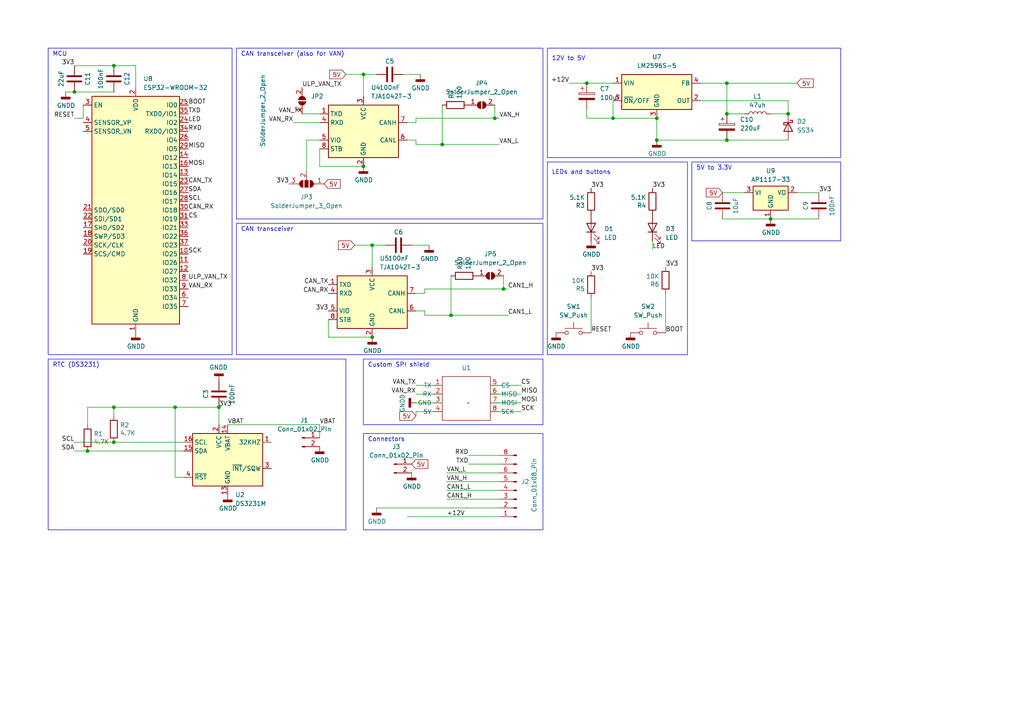
<source format=kicad_sch>
(kicad_sch (version 20230121) (generator eeschema)
  (paper "A4")
  (title_block (title "PSA VAN-CAN Bridge") (rev "1.5") (comment 1 "https://oshwlab.com/robertferanec/esp32-tutorial") (comment 2 "https://www.instructables.com/DIY-ESP32-Development-Board-ESPer/") (comment 3 "https://randomnerdtutorials.com/esp32-pinout-reference-gpios/"))
  (lib_symbols
    (symbol "Connector:Conn_01x02_Pin" (pin_names (offset 1.016) hide)
      (property "Reference" "J" (at 0 2.54 0))
      (property "Value" "Conn_01x02_Pin" (at 0 -5.08 0))
      (symbol "Conn_01x02_Pin_1_1"
        (polyline (pts (xy 1.27 -2.54) (xy 0.8636 -2.54)) (stroke (width 0.1524)))
        (polyline (pts (xy 1.27 0) (xy 0.8636 0)) (stroke (width 0.1524)))
        (rectangle (start 0.8636 -2.413) (end 0 -2.667) (stroke (width 0.1524)) (fill (type outline)))
        (rectangle (start 0.8636 0.127) (end 0 -0.127) (stroke (width 0.1524)) (fill (type outline)))
        (pin passive line (at 5.08 0 180) (length 3.81) (name "Pin_1") (number "1"))
        (pin passive line (at 5.08 -2.54 180) (length 3.81) (name "Pin_2") (number "2"))
      )
    )
    (symbol "Connector:Conn_01x08_Pin" (pin_names (offset 1.016) hide)
      (property "Reference" "J" (at 0 10.16 0))
      (property "Value" "Conn_01x08_Pin" (at 0 -12.7 0))
      (symbol "Conn_01x08_Pin_1_1"
        (polyline (pts (xy 1.27 -10.16) (xy 0.8636 -10.16)) (stroke (width 0.1524)))
        (polyline (pts (xy 1.27 -7.62) (xy 0.8636 -7.62)) (stroke (width 0.1524)))
        (polyline (pts (xy 1.27 -5.08) (xy 0.8636 -5.08)) (stroke (width 0.1524)))
        (polyline (pts (xy 1.27 -2.54) (xy 0.8636 -2.54)) (stroke (width 0.1524)))
        (polyline (pts (xy 1.27 0) (xy 0.8636 0)) (stroke (width 0.1524)))
        (polyline (pts (xy 1.27 2.54) (xy 0.8636 2.54)) (stroke (width 0.1524)))
        (polyline (pts (xy 1.27 5.08) (xy 0.8636 5.08)) (stroke (width 0.1524)))
        (polyline (pts (xy 1.27 7.62) (xy 0.8636 7.62)) (stroke (width 0.1524)))
        (rectangle (start 0.8636 -10.033) (end 0 -10.287) (stroke (width 0.1524)) (fill (type outline)))
        (rectangle (start 0.8636 -7.493) (end 0 -7.747) (stroke (width 0.1524)) (fill (type outline)))
        (rectangle (start 0.8636 -4.953) (end 0 -5.207) (stroke (width 0.1524)) (fill (type outline)))
        (rectangle (start 0.8636 -2.413) (end 0 -2.667) (stroke (width 0.1524)) (fill (type outline)))
        (rectangle (start 0.8636 0.127) (end 0 -0.127) (stroke (width 0.1524)) (fill (type outline)))
        (rectangle (start 0.8636 2.667) (end 0 2.413) (stroke (width 0.1524)) (fill (type outline)))
        (rectangle (start 0.8636 5.207) (end 0 4.953) (stroke (width 0.1524)) (fill (type outline)))
        (rectangle (start 0.8636 7.747) (end 0 7.493) (stroke (width 0.1524)) (fill (type outline)))
        (pin passive line (at 5.08 7.62 180) (length 3.81) (name "Pin_1") (number "1"))
        (pin passive line (at 5.08 5.08 180) (length 3.81) (name "Pin_2") (number "2"))
        (pin passive line (at 5.08 2.54 180) (length 3.81) (name "Pin_3") (number "3"))
        (pin passive line (at 5.08 0 180) (length 3.81) (name "Pin_4") (number "4"))
        (pin passive line (at 5.08 -2.54 180) (length 3.81) (name "Pin_5") (number "5"))
        (pin passive line (at 5.08 -5.08 180) (length 3.81) (name "Pin_6") (number "6"))
        (pin passive line (at 5.08 -7.62 180) (length 3.81) (name "Pin_7") (number "7"))
        (pin passive line (at 5.08 -10.16 180) (length 3.81) (name "Pin_8") (number "8"))
      )
    )
    (symbol "Device:C" (pin_numbers hide) (pin_names (offset 0.254))
      (property "Reference" "C" (at 0.635 2.54 0))
      (property "Value" "C" (at 0.635 -2.54 0))
      (symbol "C_0_1"
        (polyline (pts (xy -2.032 -0.762) (xy 2.032 -0.762)) (stroke (width 0.508)))
        (polyline (pts (xy -2.032 0.762) (xy 2.032 0.762)) (stroke (width 0.508)))
      )
      (symbol "C_1_1"
        (pin passive line (at 0 3.81 270) (length 2.794) (name "~") (number "1"))
        (pin passive line (at 0 -3.81 90) (length 2.794) (name "~") (number "2"))
      )
    )
    (symbol "Device:C_Polarized" (pin_numbers hide) (pin_names (offset 0.254))
      (property "Reference" "C" (at 0.635 2.54 0))
      (property "Value" "C_Polarized" (at 0.635 -2.54 0))
      (symbol "C_Polarized_0_1"
        (rectangle (start -2.286 0.508) (end 2.286 1.016))
        (polyline (pts (xy -1.778 2.286) (xy -0.762 2.286)))
        (polyline (pts (xy -1.27 2.794) (xy -1.27 1.778)))
        (rectangle (start 2.286 -0.508) (end -2.286 -1.016) (fill (type outline)))
      )
      (symbol "C_Polarized_1_1"
        (pin passive line (at 0 3.81 270) (length 2.794) (name "~") (number "1"))
        (pin passive line (at 0 -3.81 90) (length 2.794) (name "~") (number "2"))
      )
    )
    (symbol "Device:L" (pin_numbers hide) (pin_names (offset 1.016) hide)
      (property "Reference" "L" (at -1.27 0 90))
      (property "Value" "L" (at 1.905 0 90))
      (symbol "L_0_1"
        (arc (start 0 -2.54) (mid 0.6323 -1.905) (end 0 -1.27))
        (arc (start 0 -1.27) (mid 0.6323 -0.635) (end 0 0))
        (arc (start 0 0) (mid 0.6323 0.635) (end 0 1.27))
        (arc (start 0 1.27) (mid 0.6323 1.905) (end 0 2.54))
      )
      (symbol "L_1_1"
        (pin passive line (at 0 3.81 270) (length 1.27) (name "1") (number "1"))
        (pin passive line (at 0 -3.81 90) (length 1.27) (name "2") (number "2"))
      )
    )
    (symbol "Device:LED" (pin_numbers hide) (pin_names (offset 1.016) hide)
      (property "Reference" "D" (at 0 2.54 0))
      (property "Value" "LED" (at 0 -2.54 0))
      (symbol "LED_0_1"
        (polyline (pts (xy -1.27 -1.27) (xy -1.27 1.27)) (stroke (width 0.254)))
        (polyline (pts (xy -1.27 0) (xy 1.27 0)))
        (polyline (pts (xy 1.27 -1.27) (xy 1.27 1.27) (xy -1.27 0) (xy 1.27 -1.27)) (stroke (width 0.254)))
        (polyline (pts (xy -3.048 -0.762) (xy -4.572 -2.286) (xy -3.81 -2.286) (xy -4.572 -2.286) (xy -4.572 -1.524)))
        (polyline (pts (xy -1.778 -0.762) (xy -3.302 -2.286) (xy -2.54 -2.286) (xy -3.302 -2.286) (xy -3.302 -1.524)))
      )
      (symbol "LED_1_1"
        (pin passive line (at -3.81 0 0) (length 2.54) (name "K") (number "1"))
        (pin passive line (at 3.81 0 180) (length 2.54) (name "A") (number "2"))
      )
    )
    (symbol "Device:R" (pin_numbers hide) (pin_names (offset 0))
      (property "Reference" "R" (at 2.032 0 90))
      (property "Value" "R" (at 0 0 90))
      (symbol "R_0_1"
        (rectangle (start -1.016 -2.54) (end 1.016 2.54) (stroke (width 0.254)))
      )
      (symbol "R_1_1"
        (pin passive line (at 0 3.81 270) (length 1.27) (name "~") (number "1"))
        (pin passive line (at 0 -3.81 90) (length 1.27) (name "~") (number "2"))
      )
    )
    (symbol "Diode:B140-E3" (pin_numbers hide) (pin_names hide)
      (property "Reference" "D" (at 0 2.54 0))
      (property "Value" "B140-E3" (at 0 -2.54 0))
      (symbol "B140-E3_0_1"
        (polyline (pts (xy 1.27 0) (xy -1.27 0)))
        (polyline (pts (xy 1.27 1.27) (xy 1.27 -1.27) (xy -1.27 0) (xy 1.27 1.27)) (stroke (width 0.254)))
        (polyline (pts (xy -1.905 0.635) (xy -1.905 1.27) (xy -1.27 1.27) (xy -1.27 -1.27) (xy -0.635 -1.27) (xy -0.635 -0.635)) (stroke (width 0.254)))
      )
      (symbol "B140-E3_1_1"
        (pin passive line (at -3.81 0 0) (length 2.54) (name "K") (number "1"))
        (pin passive line (at 3.81 0 180) (length 2.54) (name "A") (number "2"))
      )
    )
    (symbol "Interface_CAN_LIN:TJA1042T-3"
      (property "Reference" "U" (at -10.16 8.89 0))
      (property "Value" "TJA1042T-3" (at 1.27 8.89 0))
      (symbol "TJA1042T-3_0_1"
        (rectangle (start -10.16 7.62) (end 10.16 -7.62) (stroke (width 0.254)) (fill (type background)))
      )
      (symbol "TJA1042T-3_1_1"
        (pin input line (at -12.7 5.08 0) (length 2.54) (name "TXD") (number "1"))
        (pin power_in line (at 0 -10.16 90) (length 2.54) (name "GND") (number "2"))
        (pin power_in line (at 0 10.16 270) (length 2.54) (name "VCC") (number "3"))
        (pin output line (at -12.7 2.54 0) (length 2.54) (name "RXD") (number "4"))
        (pin power_in line (at -12.7 -2.54 0) (length 2.54) (name "VIO") (number "5"))
        (pin bidirectional line (at 12.7 -2.54 180) (length 2.54) (name "CANL") (number "6"))
        (pin bidirectional line (at 12.7 2.54 180) (length 2.54) (name "CANH") (number "7"))
        (pin input line (at -12.7 -5.08 0) (length 2.54) (name "STB") (number "8"))
      )
    )
    (symbol "Jumper:SolderJumper_2_Open" (pin_names (offset 0) hide)
      (property "Reference" "JP" (at 0 2.032 0))
      (property "Value" "SolderJumper_2_Open" (at 0 -2.54 0))
      (symbol "SolderJumper_2_Open_0_1"
        (arc (start -0.254 1.016) (mid -1.2656 0) (end -0.254 -1.016))
        (arc (start -0.254 1.016) (mid -1.2656 0) (end -0.254 -1.016) (fill (type outline)))
        (polyline (pts (xy -0.254 1.016) (xy -0.254 -1.016)))
        (polyline (pts (xy 0.254 1.016) (xy 0.254 -1.016)))
        (arc (start 0.254 -1.016) (mid 1.2656 0) (end 0.254 1.016))
        (arc (start 0.254 -1.016) (mid 1.2656 0) (end 0.254 1.016) (fill (type outline)))
      )
      (symbol "SolderJumper_2_Open_1_1"
        (pin passive line (at -3.81 0 0) (length 2.54) (name "A") (number "1"))
        (pin passive line (at 3.81 0 180) (length 2.54) (name "B") (number "2"))
      )
    )
    (symbol "Jumper:SolderJumper_3_Open" (pin_names (offset 0) hide)
      (property "Reference" "JP" (at -2.54 -2.54 0))
      (property "Value" "SolderJumper_3_Open" (at 0 2.794 0))
      (symbol "SolderJumper_3_Open_0_1"
        (arc (start -1.016 1.016) (mid -2.0276 0) (end -1.016 -1.016))
        (arc (start -1.016 1.016) (mid -2.0276 0) (end -1.016 -1.016) (fill (type outline)))
        (rectangle (start -0.508 1.016) (end 0.508 -1.016) (fill (type outline)))
        (polyline (pts (xy -2.54 0) (xy -2.032 0)))
        (polyline (pts (xy -1.016 1.016) (xy -1.016 -1.016)))
        (polyline (pts (xy 0 -1.27) (xy 0 -1.016)))
        (polyline (pts (xy 1.016 1.016) (xy 1.016 -1.016)))
        (polyline (pts (xy 2.54 0) (xy 2.032 0)))
        (arc (start 1.016 -1.016) (mid 2.0276 0) (end 1.016 1.016))
        (arc (start 1.016 -1.016) (mid 2.0276 0) (end 1.016 1.016) (fill (type outline)))
      )
      (symbol "SolderJumper_3_Open_1_1"
        (pin passive line (at -5.08 0 0) (length 2.54) (name "A") (number "1"))
        (pin passive line (at 0 -3.81 90) (length 2.54) (name "C") (number "2"))
        (pin passive line (at 5.08 0 180) (length 2.54) (name "B") (number "3"))
      )
    )
    (symbol "PSAVanCanBridge_v15-rescue:SPI_shield"
      (property "Reference" "U" (at 0 0 0))
      (symbol "SPI_shield_0_1"
        (rectangle (start -7.62 7.62) (end 6.35 -5.08))
      )
      (symbol "SPI_shield_1_1"
        (pin input line (at -7.62 5.08 180) (length 2.54) (name "TX") (number "1"))
        (pin input line (at -7.62 2.54 180) (length 2.54) (name "RX") (number "2"))
        (pin input line (at -7.62 0 180) (length 2.54) (name "GND") (number "3"))
        (pin input line (at -7.62 -2.54 180) (length 2.54) (name "5V") (number "4"))
        (pin input line (at 6.35 5.08 0) (length 2.54) (name "CS") (number "5"))
        (pin input line (at 6.35 2.54 0) (length 2.54) (name "MISO") (number "6"))
        (pin input line (at 6.35 0 0) (length 2.54) (name "MOSI") (number "7"))
        (pin input line (at 6.35 -2.54 0) (length 2.54) (name "SCK") (number "8"))
      )
    )
    (symbol "RF_Module:ESP32-WROOM-32"
      (property "Reference" "U" (at -12.7 34.29 0))
      (property "Value" "ESP32-WROOM-32" (at 1.27 34.29 0))
      (symbol "ESP32-WROOM-32_0_1"
        (rectangle (start -12.7 33.02) (end 12.7 -33.02) (stroke (width 0.254)) (fill (type background)))
      )
      (symbol "ESP32-WROOM-32_1_1"
        (pin power_in line (at 0 -35.56 90) (length 2.54) (name "GND") (number "1"))
        (pin bidirectional line (at 15.24 -12.7 180) (length 2.54) (name "IO25") (number "10"))
        (pin bidirectional line (at 15.24 -15.24 180) (length 2.54) (name "IO26") (number "11"))
        (pin bidirectional line (at 15.24 -17.78 180) (length 2.54) (name "IO27") (number "12"))
        (pin bidirectional line (at 15.24 10.16 180) (length 2.54) (name "IO14") (number "13"))
        (pin bidirectional line (at 15.24 15.24 180) (length 2.54) (name "IO12") (number "14"))
        (pin passive line (at 0 -35.56 90) (length 2.54) hide (name "GND") (number "15"))
        (pin bidirectional line (at 15.24 12.7 180) (length 2.54) (name "IO13") (number "16"))
        (pin bidirectional line (at -15.24 -5.08 0) (length 2.54) (name "SHD/SD2") (number "17"))
        (pin bidirectional line (at -15.24 -7.62 0) (length 2.54) (name "SWP/SD3") (number "18"))
        (pin bidirectional line (at -15.24 -12.7 0) (length 2.54) (name "SCS/CMD") (number "19"))
        (pin power_in line (at 0 35.56 270) (length 2.54) (name "VDD") (number "2"))
        (pin bidirectional line (at -15.24 -10.16 0) (length 2.54) (name "SCK/CLK") (number "20"))
        (pin bidirectional line (at -15.24 0 0) (length 2.54) (name "SDO/SD0") (number "21"))
        (pin bidirectional line (at -15.24 -2.54 0) (length 2.54) (name "SDI/SD1") (number "22"))
        (pin bidirectional line (at 15.24 7.62 180) (length 2.54) (name "IO15") (number "23"))
        (pin bidirectional line (at 15.24 25.4 180) (length 2.54) (name "IO2") (number "24"))
        (pin bidirectional line (at 15.24 30.48 180) (length 2.54) (name "IO0") (number "25"))
        (pin bidirectional line (at 15.24 20.32 180) (length 2.54) (name "IO4") (number "26"))
        (pin bidirectional line (at 15.24 5.08 180) (length 2.54) (name "IO16") (number "27"))
        (pin bidirectional line (at 15.24 2.54 180) (length 2.54) (name "IO17") (number "28"))
        (pin bidirectional line (at 15.24 17.78 180) (length 2.54) (name "IO5") (number "29"))
        (pin input line (at -15.24 30.48 0) (length 2.54) (name "EN") (number "3"))
        (pin bidirectional line (at 15.24 0 180) (length 2.54) (name "IO18") (number "30"))
        (pin bidirectional line (at 15.24 -2.54 180) (length 2.54) (name "IO19") (number "31"))
        (pin no_connect line (at -12.7 -27.94 0) (length 2.54) hide (name "NC") (number "32"))
        (pin bidirectional line (at 15.24 -5.08 180) (length 2.54) (name "IO21") (number "33"))
        (pin bidirectional line (at 15.24 22.86 180) (length 2.54) (name "RXD0/IO3") (number "34"))
        (pin bidirectional line (at 15.24 27.94 180) (length 2.54) (name "TXD0/IO1") (number "35"))
        (pin bidirectional line (at 15.24 -7.62 180) (length 2.54) (name "IO22") (number "36"))
        (pin bidirectional line (at 15.24 -10.16 180) (length 2.54) (name "IO23") (number "37"))
        (pin passive line (at 0 -35.56 90) (length 2.54) hide (name "GND") (number "38"))
        (pin passive line (at 0 -35.56 90) (length 2.54) hide (name "GND") (number "39"))
        (pin input line (at -15.24 25.4 0) (length 2.54) (name "SENSOR_VP") (number "4"))
        (pin input line (at -15.24 22.86 0) (length 2.54) (name "SENSOR_VN") (number "5"))
        (pin input line (at 15.24 -25.4 180) (length 2.54) (name "IO34") (number "6"))
        (pin input line (at 15.24 -27.94 180) (length 2.54) (name "IO35") (number "7"))
        (pin bidirectional line (at 15.24 -20.32 180) (length 2.54) (name "IO32") (number "8"))
        (pin bidirectional line (at 15.24 -22.86 180) (length 2.54) (name "IO33") (number "9"))
      )
    )
    (symbol "Regulator_Linear:AP1117-33"
      (property "Reference" "U" (at -3.81 3.175 0))
      (property "Value" "AP1117-33" (at 0 3.175 0))
      (symbol "AP1117-33_0_1"
        (rectangle (start -5.08 -5.08) (end 5.08 1.905) (stroke (width 0.254)) (fill (type background)))
      )
      (symbol "AP1117-33_1_1"
        (pin power_in line (at 0 -7.62 90) (length 2.54) (name "GND") (number "1"))
        (pin power_out line (at 7.62 0 180) (length 2.54) (name "VO") (number "2"))
        (pin power_in line (at -7.62 0 0) (length 2.54) (name "VI") (number "3"))
      )
    )
    (symbol "Regulator_Switching:LM2596S-5"
      (property "Reference" "U" (at -10.16 6.35 0))
      (property "Value" "LM2596S-5" (at 0 6.35 0))
      (symbol "LM2596S-5_0_1"
        (rectangle (start -10.16 5.08) (end 10.16 -5.08) (stroke (width 0.254)) (fill (type background)))
      )
      (symbol "LM2596S-5_1_1"
        (pin power_in line (at -12.7 2.54 0) (length 2.54) (name "VIN") (number "1"))
        (pin output line (at 12.7 -2.54 180) (length 2.54) (name "OUT") (number "2"))
        (pin power_in line (at 0 -7.62 90) (length 2.54) (name "GND") (number "3"))
        (pin input line (at 12.7 2.54 180) (length 2.54) (name "FB") (number "4"))
        (pin input line (at -12.7 -2.54 0) (length 2.54) (name "~{ON}/OFF") (number "5"))
      )
    )
    (symbol "Switch:SW_Push" (pin_numbers hide) (pin_names (offset 1.016) hide)
      (property "Reference" "SW" (at 1.27 2.54 0))
      (property "Value" "SW_Push" (at 0 -1.524 0))
      (symbol "SW_Push_0_1"
        (circle (center -2.032 0) (radius 0.508))
        (polyline (pts (xy 0 1.27) (xy 0 3.048)))
        (polyline (pts (xy 2.54 1.27) (xy -2.54 1.27)))
        (circle (center 2.032 0) (radius 0.508))
        (pin passive line (at -5.08 0 0) (length 2.54) (name "1") (number "1"))
        (pin passive line (at 5.08 0 180) (length 2.54) (name "2") (number "2"))
      )
    )
    (symbol "Timer_RTC:DS3231M"
      (property "Reference" "U" (at -7.62 8.89 0))
      (property "Value" "DS3231M" (at 10.16 8.89 0))
      (symbol "DS3231M_0_1"
        (rectangle (start -10.16 7.62) (end 10.16 -7.62) (stroke (width 0.254)) (fill (type background)))
      )
      (symbol "DS3231M_1_1"
        (pin open_collector line (at 12.7 5.08 180) (length 2.54) (name "32KHZ") (number "1"))
        (pin passive line (at 0 -10.16 90) (length 2.54) hide (name "GND") (number "10"))
        (pin passive line (at 0 -10.16 90) (length 2.54) hide (name "GND") (number "11"))
        (pin passive line (at 0 -10.16 90) (length 2.54) hide (name "GND") (number "12"))
        (pin power_in line (at 0 -10.16 90) (length 2.54) (name "GND") (number "13"))
        (pin power_in line (at 0 10.16 270) (length 2.54) (name "VBAT") (number "14"))
        (pin bidirectional line (at -12.7 2.54 0) (length 2.54) (name "SDA") (number "15"))
        (pin input line (at -12.7 5.08 0) (length 2.54) (name "SCL") (number "16"))
        (pin power_in line (at -2.54 10.16 270) (length 2.54) (name "VCC") (number "2"))
        (pin open_collector line (at 12.7 -2.54 180) (length 2.54) (name "~{INT}/SQW") (number "3"))
        (pin bidirectional line (at -12.7 -5.08 0) (length 2.54) (name "~{RST}") (number "4"))
        (pin passive line (at 0 -10.16 90) (length 2.54) hide (name "GND") (number "5"))
        (pin passive line (at 0 -10.16 90) (length 2.54) hide (name "GND") (number "6"))
        (pin passive line (at 0 -10.16 90) (length 2.54) hide (name "GND") (number "7"))
        (pin passive line (at 0 -10.16 90) (length 2.54) hide (name "GND") (number "8"))
        (pin passive line (at 0 -10.16 90) (length 2.54) hide (name "GND") (number "9"))
      )
    )
    (symbol "power:GNDD" (power) (pin_names (offset 0))
      (property "Value" "GNDD" (at 0 -3.175 0))
      (symbol "GNDD_0_1"
        (rectangle (start -1.27 -1.524) (end 1.27 -2.032) (stroke (width 0.254)) (fill (type outline)))
        (polyline (pts (xy 0 0) (xy 0 -1.524)))
      )
      (symbol "GNDD_1_1"
        (pin power_in line (at 0 0 270) (length 0) hide (name "GNDD") (number "1"))
      )
    )
  )
  (junction (at 190.5 40.64))
  (junction (at 105.41 21.59))
  (junction (at 210.82 40.64))
  (junction (at 143.51 34.29))
  (junction (at 107.95 71.12))
  (junction (at 170.18 24.13))
  (junction (at 130.81 91.44))
  (junction (at 107.95 97.79))
  (junction (at 21.59 26.67))
  (junction (at 105.41 48.26))
  (junction (at 50.8 118.11))
  (junction (at 128.27 41.91))
  (junction (at 210.82 24.13))
  (junction (at 228.6 33.02))
  (junction (at 63.5 118.11))
  (junction (at 33.02 118.11))
  (junction (at 177.8 34.29))
  (junction (at 223.52 63.5))
  (junction (at 190.5 34.29))
  (junction (at 33.02 128.27))
  (junction (at 146.05 83.82))
  (junction (at 33.02 19.05))
  (junction (at 25.4 130.81))
  (junction (at 210.82 33.02))
  (wire (pts (xy 25.4 118.11) (xy 33.02 118.11)))
  (wire (pts (xy 102.87 71.12) (xy 107.95 71.12)))
  (wire (pts (xy 165.1 24.13) (xy 170.18 24.13)))
  (wire (pts (xy 128.27 119.38) (xy 120.65 119.38)))
  (wire (pts (xy 130.81 80.01) (xy 130.81 91.44)))
  (wire (pts (xy 25.4 123.19) (xy 25.4 118.11)))
  (wire (pts (xy 142.24 116.84) (xy 151.13 116.84)))
  (wire (pts (xy 177.8 29.21) (xy 177.8 34.29)))
  (wire (pts (xy 53.34 138.43) (xy 50.8 138.43)))
  (wire (pts (xy 146.05 80.01) (xy 146.05 83.82)))
  (wire (pts (xy 203.2 29.21) (xy 228.6 29.21)))
  (wire (pts (xy 171.45 86.36) (xy 171.45 96.52)))
  (wire (pts (xy 120.65 40.64) (xy 120.65 41.91)))
  (wire (pts (xy 130.81 91.44) (xy 147.32 91.44)))
  (wire (pts (xy 142.24 111.76) (xy 151.13 111.76)))
  (wire (pts (xy 92.71 127) (xy 92.71 123.19)))
  (wire (pts (xy 33.02 118.11) (xy 33.02 120.65)))
  (wire (pts (xy 128.27 41.91) (xy 144.78 41.91)))
  (wire (pts (xy 21.59 130.81) (xy 25.4 130.81)))
  (wire (pts (xy 107.95 97.79) (xy 95.25 97.79)))
  (wire (pts (xy 50.8 138.43) (xy 50.8 118.11)))
  (wire (pts (xy 177.8 34.29) (xy 170.18 34.29)))
  (wire (pts (xy 223.52 33.02) (xy 228.6 33.02)))
  (wire (pts (xy 129.54 144.78) (xy 144.78 144.78)))
  (wire (pts (xy 143.51 34.29) (xy 144.78 34.29)))
  (wire (pts (xy 193.04 85.09) (xy 193.04 96.52)))
  (wire (pts (xy 105.41 21.59) (xy 105.41 27.94)))
  (wire (pts (xy 120.65 85.09) (xy 123.19 85.09)))
  (wire (pts (xy 21.59 26.67) (xy 33.02 26.67)))
  (wire (pts (xy 87.63 33.02) (xy 92.71 33.02)))
  (wire (pts (xy 146.05 83.82) (xy 147.32 83.82)))
  (wire (pts (xy 24.13 34.29) (xy 21.59 34.29)))
  (wire (pts (xy 170.18 24.13) (xy 177.8 24.13)))
  (wire (pts (xy 119.38 71.12) (xy 124.46 71.12)))
  (wire (pts (xy 129.54 139.7) (xy 144.78 139.7)))
  (wire (pts (xy 135.89 134.62) (xy 144.78 134.62)))
  (wire (pts (xy 120.65 41.91) (xy 128.27 41.91)))
  (wire (pts (xy 19.05 26.67) (xy 21.59 26.67)))
  (wire (pts (xy 120.65 34.29) (xy 143.51 34.29)))
  (wire (pts (xy 100.33 21.59) (xy 105.41 21.59)))
  (wire (pts (xy 107.95 71.12) (xy 111.76 71.12)))
  (wire (pts (xy 135.89 132.08) (xy 144.78 132.08)))
  (wire (pts (xy 120.65 35.56) (xy 120.65 34.29)))
  (wire (pts (xy 210.82 33.02) (xy 215.9 33.02)))
  (wire (pts (xy 120.65 116.84) (xy 128.27 116.84)))
  (wire (pts (xy 203.2 24.13) (xy 210.82 24.13)))
  (wire (pts (xy 142.24 119.38) (xy 151.13 119.38)))
  (wire (pts (xy 143.51 30.48) (xy 143.51 34.29)))
  (wire (pts (xy 95.25 97.79) (xy 95.25 92.71)))
  (wire (pts (xy 105.41 48.26) (xy 92.71 48.26)))
  (wire (pts (xy 123.19 83.82) (xy 146.05 83.82)))
  (wire (pts (xy 209.55 63.5) (xy 223.52 63.5)))
  (wire (pts (xy 210.82 40.64) (xy 228.6 40.64)))
  (wire (pts (xy 118.11 35.56) (xy 120.65 35.56)))
  (wire (pts (xy 190.5 34.29) (xy 177.8 34.29)))
  (wire (pts (xy 170.18 34.29) (xy 170.18 31.75)))
  (wire (pts (xy 231.14 55.88) (xy 237.49 55.88)))
  (wire (pts (xy 107.95 71.12) (xy 107.95 77.47)))
  (wire (pts (xy 123.19 85.09) (xy 123.19 83.82)))
  (wire (pts (xy 21.59 19.05) (xy 33.02 19.05)))
  (wire (pts (xy 210.82 24.13) (xy 231.14 24.13)))
  (wire (pts (xy 21.59 128.27) (xy 33.02 128.27)))
  (wire (pts (xy 85.09 35.56) (xy 92.71 35.56)))
  (wire (pts (xy 120.65 111.76) (xy 128.27 111.76)))
  (wire (pts (xy 39.37 25.4) (xy 39.37 19.05)))
  (wire (pts (xy 129.54 142.24) (xy 144.78 142.24)))
  (wire (pts (xy 210.82 33.02) (xy 210.82 24.13)))
  (wire (pts (xy 128.27 30.48) (xy 128.27 41.91)))
  (wire (pts (xy 25.4 130.81) (xy 53.34 130.81)))
  (wire (pts (xy 39.37 19.05) (xy 33.02 19.05)))
  (wire (pts (xy 63.5 118.11) (xy 63.5 123.19)))
  (wire (pts (xy 120.65 90.17) (xy 123.19 90.17)))
  (wire (pts (xy 33.02 128.27) (xy 53.34 128.27)))
  (wire (pts (xy 123.19 90.17) (xy 123.19 91.44)))
  (wire (pts (xy 190.5 40.64) (xy 210.82 40.64)))
  (wire (pts (xy 189.23 69.85) (xy 189.23 72.39)))
  (wire (pts (xy 118.11 149.86) (xy 144.78 149.86)))
  (wire (pts (xy 50.8 118.11) (xy 63.5 118.11)))
  (wire (pts (xy 24.13 30.48) (xy 24.13 34.29)))
  (wire (pts (xy 109.22 147.32) (xy 144.78 147.32)))
  (wire (pts (xy 120.65 119.38) (xy 120.65 120.65)))
  (wire (pts (xy 105.41 21.59) (xy 109.22 21.59)))
  (wire (pts (xy 92.71 48.26) (xy 92.71 43.18)))
  (wire (pts (xy 190.5 34.29) (xy 190.5 40.64)))
  (wire (pts (xy 228.6 29.21) (xy 228.6 33.02)))
  (wire (pts (xy 123.19 91.44) (xy 130.81 91.44)))
  (wire (pts (xy 92.71 123.19) (xy 66.04 123.19)))
  (wire (pts (xy 88.9 40.64) (xy 92.71 40.64)))
  (wire (pts (xy 116.84 21.59) (xy 121.92 21.59)))
  (wire (pts (xy 129.54 137.16) (xy 144.78 137.16)))
  (wire (pts (xy 33.02 118.11) (xy 50.8 118.11)))
  (wire (pts (xy 118.11 40.64) (xy 120.65 40.64)))
  (wire (pts (xy 120.65 114.3) (xy 128.27 114.3)))
  (wire (pts (xy 142.24 114.3) (xy 151.13 114.3)))
  (wire (pts (xy 209.55 55.88) (xy 215.9 55.88)))
  (wire (pts (xy 88.9 49.53) (xy 88.9 40.64)))
  (wire (pts (xy 223.52 63.5) (xy 237.49 63.5)))
  (rectangle (start 13.97 104.14) (end 100.33 153.67))
  (rectangle (start 158.75 46.99) (end 199.39 102.87))
  (rectangle (start 200.66 46.99) (end 243.84 69.85))
  (rectangle (start 105.41 104.14) (end 157.48 123.19))
  (rectangle (start 68.58 13.97) (end 157.48 63.5))
  (rectangle (start 68.58 64.77) (end 157.48 102.87))
  (rectangle (start 105.41 125.73) (end 157.48 153.67))
  (rectangle (start 13.97 13.97) (end 67.31 102.87))
  (rectangle (start 158.75 13.97) (end 243.84 45.72))
  (text "RTC (DS3231)" (at 15.24 106.68 0) (effects (font (size 1.27 1.27)) (justify left bottom)))
  (text "12V to 5V" (at 160.02 17.78 0) (effects (font (size 1.27 1.27)) (justify left bottom)))
  (text "Custom SPI shield" (at 106.68 106.68 0) (effects (font (size 1.27 1.27)) (justify left bottom)))
  (text "CAN transceiver (also for VAN)" (at 69.85 16.51 0) (effects (font (size 1.27 1.27)) (justify left bottom)))
  (text "LEDs and buttons" (at 160.02 50.8 0) (effects (font (size 1.27 1.27)) (justify left bottom)))
  (text "Connectors" (at 106.68 128.27 0) (effects (font (size 1.27 1.27)) (justify left bottom)))
  (text "5V to 3.3V" (at 201.93 49.53 0) (effects (font (size 1.27 1.27)) (justify left bottom)))
  (text "CAN transceiver" (at 69.85 67.31 0) (effects (font (size 1.27 1.27)) (justify left bottom)))
  (text "MCU" (at 15.24 16.51 0) (effects (font (size 1.27 1.27)) (justify left bottom)))
  (label "BOOT" (at 54.61 30.48 0))
  (label "MISO" (at 151.13 114.3 0))
  (label "MOSI" (at 151.13 116.84 0))
  (label "3V3" (at 171.45 54.61 0))
  (label "VAN_L" (at 144.78 41.91 0))
  (label "SCL" (at 21.59 128.27 180))
  (label "3V3" (at 21.59 19.05 180))
  (label "SDA" (at 21.59 130.81 180))
  (label "TXD" (at 54.61 33.02 0))
  (label "SCK" (at 54.61 73.66 0))
  (label "VAN_TX" (at 120.65 111.76 180))
  (label "VAN_H" (at 144.78 34.29 0))
  (label "VAN_H" (at 129.54 139.7 0))
  (label "RESET" (at 21.59 34.29 180))
  (label "VAN_L" (at 129.54 137.16 0))
  (label "3V3" (at 63.5 118.11 0))
  (label "CAN1_L" (at 147.32 91.44 0))
  (label "RXD" (at 54.61 38.1 0))
  (label "+12V" (at 165.1 24.13 180))
  (label "3V3" (at 171.45 78.74 0))
  (label "3V3" (at 83.82 53.34 180))
  (label "SDA" (at 54.61 55.88 0))
  (label "LED" (at 54.61 35.56 0))
  (label "CAN1_L" (at 129.54 142.24 0))
  (label "LED" (at 189.23 72.39 0))
  (label "VAN_TX" (at 87.63 33.02 180))
  (label "RESET" (at 171.45 96.52 0))
  (label "MISO" (at 54.61 43.18 0))
  (label "CAN_RX" (at 54.61 60.96 0))
  (label "VBAT" (at 66.04 123.19 0))
  (label "MOSI" (at 54.61 48.26 0))
  (label "3V3" (at 237.49 55.88 0))
  (label "VAN_RX" (at 120.65 114.3 180))
  (label "CAN1_H" (at 129.54 144.78 0))
  (label "SCL" (at 54.61 58.42 0))
  (label "3V3" (at 189.23 54.61 0))
  (label "3V3" (at 95.25 90.17 180))
  (label "3V3" (at 193.04 77.47 0))
  (label "RXD" (at 135.89 132.08 180))
  (label "CS" (at 54.61 63.5 0))
  (label "ULP_VAN_TX" (at 54.61 81.28 0))
  (label "VAN_RX" (at 54.61 83.82 0))
  (label "CS" (at 151.13 111.76 0))
  (label "CAN_TX" (at 54.61 53.34 0))
  (label "+12V" (at 129.54 149.86 0))
  (label "ULP_VAN_TX" (at 87.63 25.4 0))
  (label "CAN_TX" (at 95.25 82.55 180))
  (label "VBAT" (at 92.71 123.19 0))
  (label "VAN_RX" (at 85.09 35.56 180))
  (label "CAN1_H" (at 147.32 83.82 0))
  (label "CAN_RX" (at 95.25 85.09 180))
  (label "SCK" (at 151.13 119.38 0))
  (label "BOOT" (at 193.04 96.52 0))
  (label "TXD" (at 135.89 134.62 180))
  (global_label "5V" (shape input) (at 120.65 120.65 180) (property "Intersheetrefs" "${INTERSHEET_REFS}" (effects hide)))
  (global_label "5V" (shape input) (at 102.87 71.12 180) (property "Intersheetrefs" "${INTERSHEET_REFS}" (effects hide)))
  (global_label "5V" (shape input) (at 209.55 55.88 180) (property "Intersheetrefs" "${INTERSHEET_REFS}" (effects hide)))
  (global_label "5V" (shape input) (at 231.14 24.13 0) (property "Intersheetrefs" "${INTERSHEET_REFS}" (effects hide)))
  (global_label "5V" (shape input) (at 93.98 53.34 0) (property "Intersheetrefs" "${INTERSHEET_REFS}" (effects hide)))
  (global_label "5V" (shape input) (at 100.33 21.59 180) (property "Intersheetrefs" "${INTERSHEET_REFS}" (effects hide)))
  (global_label "5V" (shape input) (at 119.38 134.62 0) (property "Intersheetrefs" "${INTERSHEET_REFS}" (effects hide)))
  (symbol (lib_id "power:GNDD") (at 109.22 147.32 0) (unit 1)
    (property "Reference" "#PWR016" (effects hide))
    (property "Value" "GNDD" (at 109.3216 151.257 0))
  )
  (symbol (lib_id "power:GNDD") (at 107.95 97.79 0) (unit 1)
    (property "Reference" "#PWR09" (effects hide))
    (property "Value" "GNDD" (at 108.0516 101.727 0))
  )
  (symbol (lib_id "power:GNDD") (at 223.52 63.5 0) (unit 1)
    (property "Reference" "#PWR012" (effects hide))
    (property "Value" "GNDD" (at 223.6216 67.437 0))
  )
  (symbol (lib_id "Regulator_Switching:LM2596S-5") (at 190.5 26.67 0) (unit 1)
    (property "Reference" "U7" (at 190.5 16.51 0))
    (property "Value" "LM2596S-5" (at 190.5 19.05 0))
    (property "Footprint" "Package_TO_SOT_SMD:TO-263-5_TabPin3" (effects hide))
    (property "Datasheet" "http://www.ti.com/lit/ds/symlink/lm2596.pdf" (effects hide))
    (property "LCSC" "C347421" (effects hide))
    (property "JLCPCB Rotation Offset" "180" (effects hide))
  )
  (symbol (lib_id "Timer_RTC:DS3231M") (at 66.04 133.35 0) (unit 1)
    (property "Reference" "U2" (at 68.2341 143.51 0) (effects (justify left)))
    (property "Value" "DS3231M" (at 68.2341 146.05 0) (effects (justify left)))
    (property "Footprint" "Package_SO:SOIC-16W_7.5x10.3mm_P1.27mm" (effects hide))
    (property "Datasheet" "http://datasheets.maximintegrated.com/en/ds/DS3231.pdf" (effects hide))
    (property "JLCPCB Rotation Offset" "-90" (effects hide))
    (property "LCSC" "C107410" (effects hide))
  )
  (symbol (lib_id "Connector:Conn_01x02_Pin") (at 114.3 134.62 0) (unit 1)
    (property "Reference" "J3" (at 114.935 129.54 0))
    (property "Value" "Conn_01x02_Pin" (at 114.935 132.08 0))
    (property "Footprint" "Connector_PinHeader_2.54mm:PinHeader_1x02_P2.54mm_Vertical" (effects hide))
  )
  (symbol (lib_id "power:GNDD") (at 120.65 116.84 270) (unit 1)
    (property "Reference" "#PWR01" (effects hide))
    (property "Value" "GNDD" (at 116.713 116.9416 0))
  )
  (symbol (lib_id "power:GNDD") (at 182.88 96.52 0) (unit 1)
    (property "Reference" "#PWR019" (effects hide))
    (property "Value" "GNDD" (at 182.9816 100.457 0))
  )
  (symbol (lib_id "power:GNDD") (at 119.38 137.16 0) (unit 1)
    (property "Reference" "#PWR02" (effects hide))
    (property "Value" "GNDD" (at 119.4816 141.097 0))
  )
  (symbol (lib_id "Jumper:SolderJumper_2_Open") (at 87.63 29.21 90) (unit 1)
    (property "Reference" "JP2" (at 90.17 27.94 90) (effects (justify right)))
    (property "Value" "SolderJumper_2_Open" (at 76.2 21.59 0) (effects (justify right)))
    (property "Footprint" "Jumper:SolderJumper-2_P1.3mm_Open_Pad1.0x1.5mm" (effects hide))
    (property "Comment" "For TJA1042 compatibility" (effects hide))
  )
  (symbol (lib_id "Device:C") (at 21.59 22.86 180) (unit 1)
    (property "Reference" "C11" (at 25.4 22.86 90))
    (property "Value" "22uF" (at 17.78 22.86 90))
    (property "Footprint" "Capacitor_SMD:C_1206_3216Metric_Pad1.33x1.80mm_HandSolder" (effects hide))
    (property "LCSC" "C478862" (effects hide))
  )
  (symbol (lib_id "power:GNDD") (at 124.46 71.12 0) (unit 1)
    (property "Reference" "#PWR011" (effects hide))
    (property "Value" "GNDD" (at 124.5616 75.057 0))
  )
  (symbol (lib_id "power:GNDD") (at 63.5 110.49 180) (unit 1)
    (property "Reference" "#PWR04" (effects hide))
    (property "Value" "GNDD" (at 63.3984 106.553 0))
  )
  (symbol (lib_id "Switch:SW_Push") (at 166.37 96.52 0) (unit 1)
    (property "Reference" "SW1" (at 166.37 88.9 0))
    (property "Value" "SW_Push" (at 166.37 91.44 0))
    (property "Footprint" "Button_Switch_SMD:SW_Push_1P1T_XKB_TS-1187A" (effects hide))
    (property "LCSC" "C318884" (effects hide))
  )
  (symbol (lib_id "power:GNDD") (at 19.05 26.67 0) (unit 1)
    (property "Reference" "#PWR017" (effects hide))
    (property "Value" "GNDD" (at 19.1516 30.607 0))
  )
  (symbol (lib_id "Device:LED") (at 171.45 66.04 90) (unit 1)
    (property "Reference" "D1" (at 175.26 66.3575 90) (effects (justify right)))
    (property "Value" "LED" (at 175.26 68.8975 90) (effects (justify right)))
    (property "Footprint" "LED_SMD:LED_0603_1608Metric_Pad1.05x0.95mm_HandSolder" (effects hide))
    (property "LCSC" "C2286" (effects hide))
  )
  (symbol (lib_id "Switch:SW_Push") (at 187.96 96.52 0) (unit 1)
    (property "Reference" "SW2" (at 187.96 88.9 0))
    (property "Value" "SW_Push" (at 187.96 91.44 0))
    (property "Footprint" "Button_Switch_SMD:SW_Push_1P1T_XKB_TS-1187A" (effects hide))
    (property "LCSC" "C318884" (effects hide))
  )
  (symbol (lib_id "Device:C") (at 63.5 114.3 0) (unit 1)
    (property "Reference" "C3" (at 59.69 114.3 90))
    (property "Value" "100nF" (at 67.31 114.3 90))
    (property "Footprint" "Capacitor_SMD:C_0603_1608Metric_Pad1.08x0.95mm_HandSolder" (effects hide))
    (property "LCSC" "C14663" (effects hide))
  )
  (symbol (lib_id "Device:C") (at 33.02 22.86 180) (unit 1)
    (property "Reference" "C12" (at 36.83 22.86 90))
    (property "Value" "100nF" (at 29.21 22.86 90))
    (property "Footprint" "Capacitor_SMD:C_0603_1608Metric_Pad1.08x0.95mm_HandSolder" (effects hide))
    (property "LCSC" "C14663" (effects hide))
  )
  (symbol (lib_id "Device:R") (at 171.45 58.42 180) (unit 1)
    (property "Reference" "R3" (at 169.672 59.5884 0) (effects (justify left)))
    (property "Value" "5.1K" (at 169.672 57.277 0) (effects (justify left)))
    (property "Footprint" "Resistor_SMD:R_0603_1608Metric_Pad0.98x0.95mm_HandSolder" (effects hide))
    (property "LCSC" "C473622" (effects hide))
  )
  (symbol (lib_id "Device:C") (at 113.03 21.59 270) (unit 1)
    (property "Reference" "C5" (at 113.03 17.78 90))
    (property "Value" "100nF" (at 113.03 25.4 90))
    (property "Footprint" "Capacitor_SMD:C_0603_1608Metric_Pad1.08x0.95mm_HandSolder" (effects hide))
    (property "LCSC" "C14663" (effects hide))
  )
  (symbol (lib_id "PSAVanCanBridge_v15-rescue:SPI_shield") (at 135.89 116.84 0) (unit 1)
    (property "Reference" "U1" (at 135.255 106.68 0))
    (property "Value" "~" (at 135.89 116.84 0))
    (property "Footprint" "PSAVanCanBridge_v15:SPI_Shield" (effects hide))
  )
  (symbol (lib_id "Device:C") (at 237.49 59.69 0) (unit 1)
    (property "Reference" "C9" (at 233.68 59.69 90))
    (property "Value" "100nF" (at 241.3 59.69 90))
    (property "Footprint" "Capacitor_SMD:C_0805_2012Metric_Pad1.18x1.45mm_HandSolder" (effects hide))
    (property "LCSC" "C15850" (effects hide))
  )
  (symbol (lib_id "power:GNDD") (at 121.92 21.59 0) (unit 1)
    (property "Reference" "#PWR010" (effects hide))
    (property "Value" "GNDD" (at 122.0216 25.527 0))
  )
  (symbol (lib_id "Device:C_Polarized") (at 210.82 36.83 0) (unit 1)
    (property "Reference" "C10" (at 214.63 34.671 0) (effects (justify left)))
    (property "Value" "220uF" (at 214.63 37.211 0) (effects (justify left)))
    (property "Footprint" "Capacitor_THT:CP_Radial_D6.3mm_P2.50mm" (effects hide))
  )
  (symbol (lib_id "Jumper:SolderJumper_3_Open") (at 88.9 53.34 180) (unit 1)
    (property "Reference" "JP3" (at 88.9 57.15 0))
    (property "Value" "SolderJumper_3_Open" (at 88.9 59.69 0))
    (property "Footprint" "Jumper:SolderJumper-3_P1.3mm_Open_Pad1.0x1.5mm_NumberLabels" (effects hide))
    (property "Note" "1-2: 5V 2-3: 3V3" (effects hide))
  )
  (symbol (lib_id "power:GNDD") (at 190.5 40.64 0) (unit 1)
    (property "Reference" "#PWR014" (effects hide))
    (property "Value" "GNDD" (at 190.6016 44.577 0))
  )
  (symbol (lib_id "Jumper:SolderJumper_2_Open") (at 142.24 80.01 0) (unit 1)
    (property "Reference" "JP5" (at 142.24 73.66 0))
    (property "Value" "SolderJumper_2_Open" (at 142.24 76.2 0))
    (property "Footprint" "Jumper:SolderJumper-2_P1.3mm_Open_Pad1.0x1.5mm" (effects hide))
    (property "Comment" "For TJA1042 compatibility" (effects hide))
  )
  (symbol (lib_id "Connector:Conn_01x02_Pin") (at 87.63 127 0) (unit 1)
    (property "Reference" "J1" (at 88.265 121.92 0))
    (property "Value" "Conn_01x02_Pin" (at 88.265 124.46 0))
    (property "Footprint" "DS3231_BatteryHolder:DS3231_BatteryHolder" (effects hide))
  )
  (symbol (lib_id "power:GNDD") (at 171.45 69.85 0) (unit 1)
    (property "Reference" "#PWR013" (effects hide))
    (property "Value" "GNDD" (at 171.5516 73.787 0))
  )
  (symbol (lib_id "Device:C") (at 115.57 71.12 270) (unit 1)
    (property "Reference" "C6" (at 115.57 67.31 90))
    (property "Value" "100nF" (at 115.57 74.93 90))
    (property "Footprint" "Capacitor_SMD:C_0603_1608Metric_Pad1.08x0.95mm_HandSolder" (effects hide))
    (property "LCSC" "C14663" (effects hide))
  )
  (symbol (lib_id "Regulator_Linear:AP1117-33") (at 223.52 55.88 0) (unit 1)
    (property "Reference" "U9" (at 223.52 49.53 0))
    (property "Value" "AP1117-33" (at 223.52 52.07 0))
    (property "Footprint" "Package_TO_SOT_SMD:SOT-223-3_TabPin2" (effects hide))
    (property "Datasheet" "http://www.diodes.com/datasheets/AP1117.pdf" (effects hide))
    (property "LCSC" "C6186" (effects hide))
    (property "JLCPCB Rotation Offset" "270" (effects hide))
  )
  (symbol (lib_id "power:GNDD") (at 92.71 129.54 0) (unit 1)
    (property "Reference" "#PWR07" (effects hide))
    (property "Value" "GNDD" (at 92.8116 133.477 0))
  )
  (symbol (lib_id "Jumper:SolderJumper_2_Open") (at 139.7 30.48 0) (unit 1)
    (property "Reference" "JP4" (at 139.7 24.13 0))
    (property "Value" "SolderJumper_2_Open" (at 139.7 26.67 0))
    (property "Footprint" "Jumper:SolderJumper-2_P1.3mm_Open_Pad1.0x1.5mm" (effects hide))
    (property "Comment" "For TJA1042 compatibility" (effects hide))
  )
  (symbol (lib_id "Device:R") (at 33.02 124.46 0) (unit 1)
    (property "Reference" "R2" (at 34.798 123.2916 0) (effects (justify left)))
    (property "Value" "4.7K" (at 34.798 125.603 0) (effects (justify left)))
    (property "Footprint" "Resistor_SMD:R_0603_1608Metric_Pad0.98x0.95mm_HandSolder" (effects hide))
    (property "LCSC" "C25999" (effects hide))
  )
  (symbol (lib_id "Device:R") (at 25.4 127 0) (unit 1)
    (property "Reference" "R1" (at 27.178 125.8316 0) (effects (justify left)))
    (property "Value" "4.7K" (at 27.178 128.143 0) (effects (justify left)))
    (property "Footprint" "Resistor_SMD:R_0603_1608Metric_Pad0.98x0.95mm_HandSolder" (effects hide))
    (property "LCSC" "C25999" (effects hide))
  )
  (symbol (lib_id "Device:R") (at 134.62 80.01 90) (unit 1)
    (property "Reference" "R10" (at 133.4516 78.232 0) (effects (justify left)))
    (property "Value" "120" (at 135.763 78.232 0) (effects (justify left)))
    (property "Footprint" "Resistor_SMD:R_0603_1608Metric_Pad0.98x0.95mm_HandSolder" (effects hide))
    (property "LCSC" "C22787" (effects hide))
  )
  (symbol (lib_id "Connector:Conn_01x08_Pin") (at 149.86 142.24 180) (unit 1)
    (property "Reference" "J2" (at 151.13 139.7 0) (effects (justify right)))
    (property "Value" "Conn_01x08_Pin" (at 154.94 148.59 90) (effects (justify right)))
    (property "Footprint" "Connector_JST:JST_EH_S8B-EH_1x08_P2.50mm_Horizontal" (effects hide))
  )
  (symbol (lib_id "Device:R") (at 171.45 82.55 180) (unit 1)
    (property "Reference" "R5" (at 169.672 83.7184 0) (effects (justify left)))
    (property "Value" "10K" (at 169.672 81.407 0) (effects (justify left)))
    (property "Footprint" "Resistor_SMD:R_1206_3216Metric_Pad1.30x1.75mm_HandSolder" (effects hide))
    (property "LCSC" "C431903" (effects hide))
  )
  (symbol (lib_id "Device:L") (at 219.71 33.02 90) (unit 1)
    (property "Reference" "L1" (at 219.71 27.94 90))
    (property "Value" "47uh" (at 219.71 30.48 90))
    (property "Footprint" "Inductor_SMD:L_12x12mm_H8mm" (effects hide))
    (property "LCSC" "C167265" (effects hide))
    (property "Type" "CDRH127NP-470MC" (effects hide))
  )
  (symbol (lib_id "Device:LED") (at 189.23 66.04 90) (unit 1)
    (property "Reference" "D3" (at 193.04 66.3575 90) (effects (justify right)))
    (property "Value" "LED" (at 193.04 68.8975 90) (effects (justify right)))
    (property "Footprint" "LED_SMD:LED_0805_2012Metric_Pad1.15x1.40mm_HandSolder" (effects hide))
    (property "LCSC" "C2297" (effects hide))
  )
  (symbol (lib_id "power:GNDD") (at 39.37 96.52 0) (unit 1)
    (property "Reference" "#PWR015" (effects hide))
    (property "Value" "GNDD" (at 39.4716 100.457 0))
  )
  (symbol (lib_id "power:GNDD") (at 66.04 143.51 0) (unit 1)
    (property "Reference" "#PWR05" (effects hide))
    (property "Value" "GNDD" (at 66.1416 147.447 0))
  )
  (symbol (lib_id "RF_Module:ESP32-WROOM-32") (at 39.37 60.96 0) (unit 1)
    (property "Reference" "U8" (at 41.5641 22.86 0) (effects (justify left)))
    (property "Value" "ESP32-WROOM-32" (at 41.5641 25.4 0) (effects (justify left)))
    (property "Footprint" "RF_Module:ESP32-WROOM-32" (effects hide))
    (property "Datasheet" "https://www.espressif.com/sites/default/files/documentation/esp32-wroom-32_datasheet_en.pdf" (effects hide))
  )
  (symbol (lib_id "Device:R") (at 193.04 81.28 180) (unit 1)
    (property "Reference" "R6" (at 191.262 82.4484 0) (effects (justify left)))
    (property "Value" "10K" (at 191.262 80.137 0) (effects (justify left)))
    (property "Footprint" "Resistor_SMD:R_1206_3216Metric_Pad1.30x1.75mm_HandSolder" (effects hide))
    (property "LCSC" "C431903" (effects hide))
  )
  (symbol (lib_id "Device:C_Polarized") (at 170.18 27.94 0) (unit 1)
    (property "Reference" "C7" (at 173.99 25.781 0) (effects (justify left)))
    (property "Value" "100uF" (at 173.99 28.321 0) (effects (justify left)))
    (property "Footprint" "Capacitor_THT:CP_Radial_D6.3mm_P2.50mm" (effects hide))
  )
  (symbol (lib_id "power:GNDD") (at 161.29 96.52 0) (unit 1)
    (property "Reference" "#PWR018" (effects hide))
    (property "Value" "GNDD" (at 161.3916 100.457 0))
  )
  (symbol (lib_id "Device:R") (at 132.08 30.48 90) (unit 1)
    (property "Reference" "R7" (at 130.9116 28.702 0) (effects (justify left)))
    (property "Value" "120" (at 133.223 28.702 0) (effects (justify left)))
    (property "Footprint" "Resistor_SMD:R_0603_1608Metric_Pad0.98x0.95mm_HandSolder" (effects hide))
    (property "LCSC" "C22787" (effects hide))
  )
  (symbol (lib_id "Device:R") (at 189.23 58.42 180) (unit 1)
    (property "Reference" "R4" (at 187.452 59.5884 0) (effects (justify left)))
    (property "Value" "5.1K" (at 187.452 57.277 0) (effects (justify left)))
    (property "Footprint" "Resistor_SMD:R_0603_1608Metric_Pad0.98x0.95mm_HandSolder" (effects hide))
    (property "LCSC" "C473622" (effects hide))
  )
  (symbol (lib_id "Diode:B140-E3") (at 228.6 36.83 270) (unit 1)
    (property "Reference" "D2" (at 231.14 35.2425 90) (effects (justify left)))
    (property "Value" "SS34" (at 231.14 37.7825 90) (effects (justify left)))
    (property "Footprint" "Diode_SMD:D_SMA" (effects hide))
    (property "Datasheet" "http://www.vishay.com/docs/88946/b120.pdf" (effects hide))
    (property "LCSC" "C7420365" (effects hide))
  )
  (symbol (lib_id "Device:C") (at 209.55 59.69 0) (unit 1)
    (property "Reference" "C8" (at 205.74 59.69 90))
    (property "Value" "10uF" (at 213.36 59.69 90))
    (property "Footprint" "Capacitor_SMD:C_0805_2012Metric_Pad1.18x1.45mm_HandSolder" (effects hide))
    (property "LCSC" "C15850" (effects hide))
  )
  (symbol (lib_id "power:GNDD") (at 105.41 48.26 0) (unit 1)
    (property "Reference" "#PWR08" (effects hide))
    (property "Value" "GNDD" (at 105.5116 52.197 0))
  )
  (symbol (lib_id "Interface_CAN_LIN:TJA1042T-3") (at 107.95 87.63 0) (unit 1)
    (property "Reference" "U5" (at 110.1441 74.93 0) (effects (justify left)))
    (property "Value" "TJA1042T-3" (at 110.1441 77.47 0) (effects (justify left)))
    (property "Footprint" "Package_SO:SOIC-8_3.9x4.9mm_P1.27mm" (effects hide))
    (property "Datasheet" "http://www.nxp.com/docs/en/data-sheet/TJA1042.pdf" (effects hide))
    (property "LCSC" "C132227" (effects hide))
    (property "JLCPCB Rotation Offset" "90" (effects hide))
  )
  (symbol (lib_id "Interface_CAN_LIN:TJA1042T-3") (at 105.41 38.1 0) (unit 1)
    (property "Reference" "U4" (at 107.6041 25.4 0) (effects (justify left)))
    (property "Value" "TJA1042T-3" (at 107.6041 27.94 0) (effects (justify left)))
    (property "Footprint" "Package_SO:SOIC-8_3.9x4.9mm_P1.27mm" (effects hide))
    (property "Datasheet" "http://www.nxp.com/docs/en/data-sheet/TJA1042.pdf" (effects hide))
    (property "LCSC" "C132227" (effects hide))
    (property "JLCPCB Rotation Offset" "90" (effects hide))
  )
)
</source>
